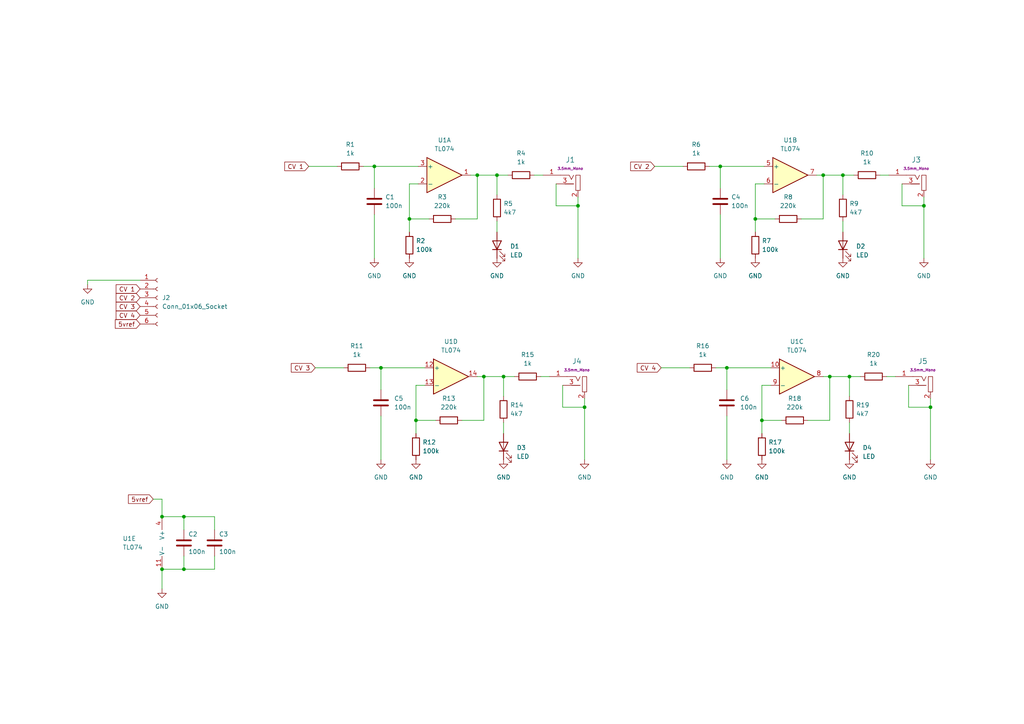
<source format=kicad_sch>
(kicad_sch (version 20230121) (generator eeschema)
  (paper "A4")
  (lib_symbols
    (symbol "Amplifier_Operational:MCP6004" (pin_names (offset 0.127))
      (property "Reference" "U" (at 0 5.08 0))
      (property "Value" "MCP6004" (at 0 -5.08 0))
      (symbol "MCP6004_1_1"
        (polyline (pts (xy -5.08 5.08) (xy 5.08 0) (xy -5.08 -5.08) (xy -5.08 5.08)) (stroke (width 0.254)) (fill (type background)))
        (pin output line (at 7.62 0 180) (length 2.54) (name "~") (number "1"))
        (pin input line (at -7.62 -2.54 0) (length 2.54) (name "-") (number "2"))
        (pin input line (at -7.62 2.54 0) (length 2.54) (name "+") (number "3"))
      )
      (symbol "MCP6004_2_1"
        (polyline (pts (xy -5.08 5.08) (xy 5.08 0) (xy -5.08 -5.08) (xy -5.08 5.08)) (stroke (width 0.254)) (fill (type background)))
        (pin input line (at -7.62 2.54 0) (length 2.54) (name "+") (number "5"))
        (pin input line (at -7.62 -2.54 0) (length 2.54) (name "-") (number "6"))
        (pin output line (at 7.62 0 180) (length 2.54) (name "~") (number "7"))
      )
      (symbol "MCP6004_3_1"
        (polyline (pts (xy -5.08 5.08) (xy 5.08 0) (xy -5.08 -5.08) (xy -5.08 5.08)) (stroke (width 0.254)) (fill (type background)))
        (pin input line (at -7.62 2.54 0) (length 2.54) (name "+") (number "10"))
        (pin output line (at 7.62 0 180) (length 2.54) (name "~") (number "8"))
        (pin input line (at -7.62 -2.54 0) (length 2.54) (name "-") (number "9"))
      )
      (symbol "MCP6004_4_1"
        (polyline (pts (xy -5.08 5.08) (xy 5.08 0) (xy -5.08 -5.08) (xy -5.08 5.08)) (stroke (width 0.254)) (fill (type background)))
        (pin input line (at -7.62 2.54 0) (length 2.54) (name "+") (number "12"))
        (pin input line (at -7.62 -2.54 0) (length 2.54) (name "-") (number "13"))
        (pin output line (at 7.62 0 180) (length 2.54) (name "~") (number "14"))
      )
      (symbol "MCP6004_5_1"
        (pin power_in line (at -2.54 -7.62 90) (length 3.81) (name "V-") (number "11"))
        (pin power_in line (at -2.54 7.62 270) (length 3.81) (name "V+") (number "4"))
      )
    )
    (symbol "Amplifier_Operational:TL074" (pin_names (offset 0.127))
      (property "Reference" "U" (at 0 5.08 0))
      (property "Value" "TL074" (at 0 -5.08 0))
      (symbol "TL074_1_1"
        (polyline (pts (xy -5.08 5.08) (xy 5.08 0) (xy -5.08 -5.08) (xy -5.08 5.08)) (stroke (width 0.254)) (fill (type background)))
        (pin output line (at 7.62 0 180) (length 2.54) (name "~") (number "1"))
        (pin input line (at -7.62 -2.54 0) (length 2.54) (name "-") (number "2"))
        (pin input line (at -7.62 2.54 0) (length 2.54) (name "+") (number "3"))
      )
      (symbol "TL074_2_1"
        (polyline (pts (xy -5.08 5.08) (xy 5.08 0) (xy -5.08 -5.08) (xy -5.08 5.08)) (stroke (width 0.254)) (fill (type background)))
        (pin input line (at -7.62 2.54 0) (length 2.54) (name "+") (number "5"))
        (pin input line (at -7.62 -2.54 0) (length 2.54) (name "-") (number "6"))
        (pin output line (at 7.62 0 180) (length 2.54) (name "~") (number "7"))
      )
      (symbol "TL074_3_1"
        (polyline (pts (xy -5.08 5.08) (xy 5.08 0) (xy -5.08 -5.08) (xy -5.08 5.08)) (stroke (width 0.254)) (fill (type background)))
        (pin input line (at -7.62 2.54 0) (length 2.54) (name "+") (number "10"))
        (pin output line (at 7.62 0 180) (length 2.54) (name "~") (number "8"))
        (pin input line (at -7.62 -2.54 0) (length 2.54) (name "-") (number "9"))
      )
      (symbol "TL074_4_1"
        (polyline (pts (xy -5.08 5.08) (xy 5.08 0) (xy -5.08 -5.08) (xy -5.08 5.08)) (stroke (width 0.254)) (fill (type background)))
        (pin input line (at -7.62 2.54 0) (length 2.54) (name "+") (number "12"))
        (pin input line (at -7.62 -2.54 0) (length 2.54) (name "-") (number "13"))
        (pin output line (at 7.62 0 180) (length 2.54) (name "~") (number "14"))
      )
      (symbol "TL074_5_1"
        (pin power_in line (at -2.54 -7.62 90) (length 3.81) (name "V-") (number "11"))
        (pin power_in line (at -2.54 7.62 270) (length 3.81) (name "V+") (number "4"))
      )
    )
    (symbol "Connector:Conn_01x06_Socket" (pin_names (offset 1.016) hide)
      (property "Reference" "J" (at 0 7.62 0))
      (property "Value" "Conn_01x06_Socket" (at 0 -10.16 0))
      (symbol "Conn_01x06_Socket_1_1"
        (arc (start 0 -7.112) (mid -0.5058 -7.62) (end 0 -8.128) (stroke (width 0.1524)))
        (arc (start 0 -4.572) (mid -0.5058 -5.08) (end 0 -5.588) (stroke (width 0.1524)))
        (arc (start 0 -2.032) (mid -0.5058 -2.54) (end 0 -3.048) (stroke (width 0.1524)))
        (polyline (pts (xy -1.27 -7.62) (xy -0.508 -7.62)) (stroke (width 0.1524)))
        (polyline (pts (xy -1.27 -5.08) (xy -0.508 -5.08)) (stroke (width 0.1524)))
        (polyline (pts (xy -1.27 -2.54) (xy -0.508 -2.54)) (stroke (width 0.1524)))
        (polyline (pts (xy -1.27 0) (xy -0.508 0)) (stroke (width 0.1524)))
        (polyline (pts (xy -1.27 2.54) (xy -0.508 2.54)) (stroke (width 0.1524)))
        (polyline (pts (xy -1.27 5.08) (xy -0.508 5.08)) (stroke (width 0.1524)))
        (arc (start 0 0.508) (mid -0.5058 0) (end 0 -0.508) (stroke (width 0.1524)))
        (arc (start 0 3.048) (mid -0.5058 2.54) (end 0 2.032) (stroke (width 0.1524)))
        (arc (start 0 5.588) (mid -0.5058 5.08) (end 0 4.572) (stroke (width 0.1524)))
        (pin passive line (at -5.08 5.08 0) (length 3.81) (name "Pin_1") (number "1"))
        (pin passive line (at -5.08 2.54 0) (length 3.81) (name "Pin_2") (number "2"))
        (pin passive line (at -5.08 0 0) (length 3.81) (name "Pin_3") (number "3"))
        (pin passive line (at -5.08 -2.54 0) (length 3.81) (name "Pin_4") (number "4"))
        (pin passive line (at -5.08 -5.08 0) (length 3.81) (name "Pin_5") (number "5"))
        (pin passive line (at -5.08 -7.62 0) (length 3.81) (name "Pin_6") (number "6"))
      )
    )
    (symbol "Device:C" (pin_numbers hide) (pin_names (offset 0.254))
      (property "Reference" "C" (at 0.635 2.54 0))
      (property "Value" "C" (at 0.635 -2.54 0))
      (symbol "C_0_1"
        (polyline (pts (xy -2.032 -0.762) (xy 2.032 -0.762)) (stroke (width 0.508)))
        (polyline (pts (xy -2.032 0.762) (xy 2.032 0.762)) (stroke (width 0.508)))
      )
      (symbol "C_1_1"
        (pin passive line (at 0 3.81 270) (length 2.794) (name "~") (number "1"))
        (pin passive line (at 0 -3.81 90) (length 2.794) (name "~") (number "2"))
      )
    )
    (symbol "Device:LED" (pin_numbers hide) (pin_names (offset 1.016) hide)
      (property "Reference" "D" (at 0 2.54 0))
      (property "Value" "LED" (at 0 -2.54 0))
      (symbol "LED_0_1"
        (polyline (pts (xy -1.27 -1.27) (xy -1.27 1.27)) (stroke (width 0.254)))
        (polyline (pts (xy -1.27 0) (xy 1.27 0)))
        (polyline (pts (xy 1.27 -1.27) (xy 1.27 1.27) (xy -1.27 0) (xy 1.27 -1.27)) (stroke (width 0.254)))
        (polyline (pts (xy -3.048 -0.762) (xy -4.572 -2.286) (xy -3.81 -2.286) (xy -4.572 -2.286) (xy -4.572 -1.524)))
        (polyline (pts (xy -1.778 -0.762) (xy -3.302 -2.286) (xy -2.54 -2.286) (xy -3.302 -2.286) (xy -3.302 -1.524)))
      )
      (symbol "LED_1_1"
        (pin passive line (at -3.81 0 0) (length 2.54) (name "K") (number "1"))
        (pin passive line (at 3.81 0 180) (length 2.54) (name "A") (number "2"))
      )
    )
    (symbol "Device:R" (pin_numbers hide) (pin_names (offset 0))
      (property "Reference" "R" (at 2.032 0 90))
      (property "Value" "R" (at 0 0 90))
      (symbol "R_0_1"
        (rectangle (start -1.016 -2.54) (end 1.016 2.54) (stroke (width 0.254)))
      )
      (symbol "R_1_1"
        (pin passive line (at 0 3.81 270) (length 1.27) (name "~") (number "1"))
        (pin passive line (at 0 -3.81 90) (length 1.27) (name "~") (number "2"))
      )
    )
    (symbol "PCM_4ms_Jack:3.5mm_Mono_Switched_SymSmall_0.05" (pin_names (offset 0) hide)
      (property "Reference" "J" (at -2.54 5.715 0))
      (property "Display" "3.5mm_Mono" (at 0.635 3.81 0))
      (symbol "3.5mm_Mono_Switched_SymSmall_0.05_0_0"
        (polyline (pts (xy -1.27 0) (xy 1.27 0)))
      )
      (symbol "3.5mm_Mono_Switched_SymSmall_0.05_0_1"
        (rectangle (start -3.175 2.54) (end -1.905 -1.905))
        (polyline (pts (xy -2.54 -2.54) (xy -2.54 -1.905)))
        (polyline (pts (xy -1.27 2.54) (xy -0.635 1.27) (xy 0 2.54) (xy 2.54 2.54)))
      )
      (symbol "3.5mm_Mono_Switched_SymSmall_0.05_1_1"
        (pin passive line (at 7.62 2.54 180) (length 5.08) (name "SIG") (number "1"))
        (pin passive line (at -2.54 -3.81 90) (length 1.27) (name "SHEILD") (number "2"))
        (pin passive line (at 3.81 0 180) (length 5.08) (name "SW") (number "3"))
      )
    )
    (symbol "power:GND" (power) (pin_names (offset 0))
      (property "Value" "GND" (at 0 -3.81 0))
      (symbol "GND_0_1"
        (polyline (pts (xy 0 0) (xy 0 -1.27) (xy 1.27 -1.27) (xy 0 -2.54) (xy -1.27 -1.27) (xy 0 -1.27)))
      )
      (symbol "GND_1_1"
        (pin power_in line (at 0 0 270) (length 0) hide (name "GND") (number "1"))
      )
    )
  )
  (junction (at 53.34 165.1))
  (junction (at 244.475 50.8))
  (junction (at 108.585 48.26))
  (junction (at 138.43 50.8))
  (junction (at 238.76 50.8))
  (junction (at 46.99 165.1))
  (junction (at 246.38 109.22))
  (junction (at 208.915 48.26))
  (junction (at 269.875 118.11))
  (junction (at 118.745 63.5))
  (junction (at 110.49 106.68))
  (junction (at 240.665 109.22))
  (junction (at 144.145 50.8))
  (junction (at 120.65 121.92))
  (junction (at 220.98 121.92))
  (junction (at 46.99 149.86))
  (junction (at 53.34 149.86))
  (junction (at 267.97 59.69))
  (junction (at 146.05 109.22))
  (junction (at 169.545 118.11))
  (junction (at 167.64 59.69))
  (junction (at 210.82 106.68))
  (junction (at 140.335 109.22))
  (junction (at 219.075 63.5))
  (wire (pts (xy 144.145 50.8) (xy 147.32 50.8)))
  (wire (pts (xy 46.99 149.86) (xy 53.34 149.86)))
  (wire (pts (xy 263.525 111.76) (xy 263.525 118.11)))
  (wire (pts (xy 219.075 63.5) (xy 224.79 63.5)))
  (wire (pts (xy 140.335 109.22) (xy 146.05 109.22)))
  (wire (pts (xy 53.34 149.86) (xy 62.23 149.86)))
  (wire (pts (xy 220.98 111.76) (xy 220.98 121.92)))
  (wire (pts (xy 53.34 165.1) (xy 46.99 165.1)))
  (wire (pts (xy 246.38 109.22) (xy 249.555 109.22)))
  (wire (pts (xy 219.075 53.34) (xy 219.075 63.5)))
  (wire (pts (xy 121.285 53.34) (xy 118.745 53.34)))
  (wire (pts (xy 232.41 63.5) (xy 238.76 63.5)))
  (wire (pts (xy 138.43 109.22) (xy 140.335 109.22)))
  (wire (pts (xy 110.49 106.68) (xy 123.19 106.68)))
  (wire (pts (xy 267.97 59.69) (xy 267.97 57.15)))
  (wire (pts (xy 123.19 111.76) (xy 120.65 111.76)))
  (wire (pts (xy 110.49 120.65) (xy 110.49 133.35)))
  (wire (pts (xy 132.08 63.5) (xy 138.43 63.5)))
  (wire (pts (xy 169.545 118.11) (xy 169.545 133.35)))
  (wire (pts (xy 46.99 144.78) (xy 46.99 149.86)))
  (wire (pts (xy 120.65 111.76) (xy 120.65 121.92)))
  (wire (pts (xy 154.94 50.8) (xy 157.48 50.8)))
  (wire (pts (xy 144.145 50.8) (xy 144.145 56.515)))
  (wire (pts (xy 261.62 53.34) (xy 261.62 59.69)))
  (wire (pts (xy 53.34 161.29) (xy 53.34 165.1)))
  (wire (pts (xy 118.745 53.34) (xy 118.745 63.5)))
  (wire (pts (xy 118.745 63.5) (xy 124.46 63.5)))
  (wire (pts (xy 223.52 111.76) (xy 220.98 111.76)))
  (wire (pts (xy 244.475 50.8) (xy 244.475 56.515)))
  (wire (pts (xy 118.745 63.5) (xy 118.745 67.31)))
  (wire (pts (xy 163.195 111.76) (xy 163.195 118.11)))
  (wire (pts (xy 208.915 62.23) (xy 208.915 74.93)))
  (wire (pts (xy 238.76 63.5) (xy 238.76 50.8)))
  (wire (pts (xy 120.65 121.92) (xy 120.65 125.73)))
  (wire (pts (xy 208.915 48.26) (xy 208.915 54.61)))
  (wire (pts (xy 210.82 120.65) (xy 210.82 133.35)))
  (wire (pts (xy 91.44 106.68) (xy 99.695 106.68)))
  (wire (pts (xy 234.315 121.92) (xy 240.665 121.92)))
  (wire (pts (xy 208.915 48.26) (xy 221.615 48.26)))
  (wire (pts (xy 240.665 109.22) (xy 246.38 109.22)))
  (wire (pts (xy 205.74 48.26) (xy 208.915 48.26)))
  (wire (pts (xy 244.475 50.8) (xy 247.65 50.8)))
  (wire (pts (xy 244.475 64.135) (xy 244.475 67.31)))
  (wire (pts (xy 89.535 48.26) (xy 97.79 48.26)))
  (wire (pts (xy 246.38 122.555) (xy 246.38 125.73)))
  (wire (pts (xy 269.875 118.11) (xy 269.875 115.57)))
  (wire (pts (xy 138.43 63.5) (xy 138.43 50.8)))
  (wire (pts (xy 261.62 59.69) (xy 267.97 59.69)))
  (wire (pts (xy 108.585 62.23) (xy 108.585 74.93)))
  (wire (pts (xy 220.98 121.92) (xy 226.695 121.92)))
  (wire (pts (xy 255.27 50.8) (xy 257.81 50.8)))
  (wire (pts (xy 263.525 118.11) (xy 269.875 118.11)))
  (wire (pts (xy 207.645 106.68) (xy 210.82 106.68)))
  (wire (pts (xy 169.545 118.11) (xy 169.545 115.57)))
  (wire (pts (xy 161.29 59.69) (xy 167.64 59.69)))
  (wire (pts (xy 144.145 64.135) (xy 144.145 67.31)))
  (wire (pts (xy 110.49 106.68) (xy 110.49 113.03)))
  (wire (pts (xy 220.98 121.92) (xy 220.98 125.73)))
  (wire (pts (xy 62.23 165.1) (xy 53.34 165.1)))
  (wire (pts (xy 44.45 144.78) (xy 46.99 144.78)))
  (wire (pts (xy 246.38 109.22) (xy 246.38 114.935)))
  (wire (pts (xy 167.64 59.69) (xy 167.64 57.15)))
  (wire (pts (xy 267.97 59.69) (xy 267.97 74.93)))
  (wire (pts (xy 156.845 109.22) (xy 159.385 109.22)))
  (wire (pts (xy 25.4 82.55) (xy 25.4 81.28)))
  (wire (pts (xy 136.525 50.8) (xy 138.43 50.8)))
  (wire (pts (xy 120.65 121.92) (xy 126.365 121.92)))
  (wire (pts (xy 108.585 48.26) (xy 108.585 54.61)))
  (wire (pts (xy 210.82 106.68) (xy 210.82 113.03)))
  (wire (pts (xy 140.335 121.92) (xy 140.335 109.22)))
  (wire (pts (xy 257.175 109.22) (xy 259.715 109.22)))
  (wire (pts (xy 163.195 118.11) (xy 169.545 118.11)))
  (wire (pts (xy 138.43 50.8) (xy 144.145 50.8)))
  (wire (pts (xy 25.4 81.28) (xy 40.64 81.28)))
  (wire (pts (xy 236.855 50.8) (xy 238.76 50.8)))
  (wire (pts (xy 146.05 109.22) (xy 146.05 114.935)))
  (wire (pts (xy 46.99 165.1) (xy 46.99 170.815)))
  (wire (pts (xy 210.82 106.68) (xy 223.52 106.68)))
  (wire (pts (xy 133.985 121.92) (xy 140.335 121.92)))
  (wire (pts (xy 53.34 149.86) (xy 53.34 153.67)))
  (wire (pts (xy 161.29 53.34) (xy 161.29 59.69)))
  (wire (pts (xy 189.865 48.26) (xy 198.12 48.26)))
  (wire (pts (xy 240.665 121.92) (xy 240.665 109.22)))
  (wire (pts (xy 146.05 122.555) (xy 146.05 125.73)))
  (wire (pts (xy 105.41 48.26) (xy 108.585 48.26)))
  (wire (pts (xy 146.05 109.22) (xy 149.225 109.22)))
  (wire (pts (xy 238.76 109.22) (xy 240.665 109.22)))
  (wire (pts (xy 167.64 59.69) (xy 167.64 74.93)))
  (wire (pts (xy 269.875 118.11) (xy 269.875 133.35)))
  (wire (pts (xy 191.77 106.68) (xy 200.025 106.68)))
  (wire (pts (xy 221.615 53.34) (xy 219.075 53.34)))
  (wire (pts (xy 219.075 63.5) (xy 219.075 67.31)))
  (wire (pts (xy 62.23 149.86) (xy 62.23 153.67)))
  (wire (pts (xy 62.23 161.29) (xy 62.23 165.1)))
  (wire (pts (xy 107.315 106.68) (xy 110.49 106.68)))
  (wire (pts (xy 238.76 50.8) (xy 244.475 50.8)))
  (wire (pts (xy 108.585 48.26) (xy 121.285 48.26)))
  (global_label "CV 2" (shape input) (at 40.64 86.36 180) (property "Intersheetrefs" "${INTERSHEET_REFS}" (effects hide)))
  (global_label "5vref" (shape input) (at 44.45 144.78 180) (property "Intersheetrefs" "${INTERSHEET_REFS}" (effects hide)))
  (global_label "CV 2" (shape input) (at 189.865 48.26 180) (property "Intersheetrefs" "${INTERSHEET_REFS}" (effects hide)))
  (global_label "CV 3" (shape input) (at 91.44 106.68 180) (property "Intersheetrefs" "${INTERSHEET_REFS}" (effects hide)))
  (global_label "CV 4" (shape input) (at 40.64 91.44 180) (property "Intersheetrefs" "${INTERSHEET_REFS}" (effects hide)))
  (global_label "CV 1" (shape input) (at 89.535 48.26 180) (property "Intersheetrefs" "${INTERSHEET_REFS}" (effects hide)))
  (global_label "5vref" (shape input) (at 40.64 93.98 180) (property "Intersheetrefs" "${INTERSHEET_REFS}" (effects hide)))
  (global_label "CV 3" (shape input) (at 40.64 88.9 180) (property "Intersheetrefs" "${INTERSHEET_REFS}" (effects hide)))
  (global_label "CV 1" (shape input) (at 40.64 83.82 180) (property "Intersheetrefs" "${INTERSHEET_REFS}" (effects hide)))
  (global_label "CV 4" (shape input) (at 191.77 106.68 180) (property "Intersheetrefs" "${INTERSHEET_REFS}" (effects hide)))
  (symbol (lib_id "power:GND") (at 210.82 133.35 0) (unit 1)
    (property "Reference" "#PWR015" (effects hide))
    (property "Value" "GND" (at 210.82 138.43 0))
  )
  (symbol (lib_id "PCM_4ms_Jack:3.5mm_Mono_Switched_SymSmall_0.05") (at 267.335 111.76 0) (mirror y) (unit 1)
    (property "Reference" "J5" (at 267.6525 104.775 0) (effects (font (size 1.524 1.524))))
    (property "Value" "3.5mm_Mono_Switched_SymSmall_0.05" (effects hide))
    (property "Footprint" "PCM_4ms_Jack:EighthInch_PJ398SM_with_hole" (effects hide))
    (property "Specifications" "Audio 3.5mm Jack, mono, switched, PC-pin Vertical" (effects hide))
    (property "Manufacturer" "Wenzhou QingPu Electronics Co" (effects hide))
    (property "Part Number" "WQP-WQP518MA" (effects hide))
    (property "Display" "3.5mm_Mono" (at 267.6525 107.315 0) (effects (font (size 0.762 0.762) bold italic)))
  )
  (symbol (lib_id "Device:R") (at 103.505 106.68 90) (unit 1)
    (property "Reference" "R11" (at 103.505 100.33 90))
    (property "Value" "1k" (at 103.505 102.87 90))
    (property "Footprint" "Resistor_SMD:R_1206_3216Metric_Pad1.30x1.75mm_HandSolder" (effects hide))
  )
  (symbol (lib_id "Device:C") (at 208.915 58.42 0) (unit 1)
    (property "Reference" "C4" (at 212.09 57.15 0) (effects (justify left)))
    (property "Value" "100n" (at 212.09 59.69 0) (effects (justify left)))
    (property "Footprint" "Capacitor_SMD:C_1206_3216Metric_Pad1.33x1.80mm_HandSolder" (effects hide))
  )
  (symbol (lib_id "Device:R") (at 246.38 118.745 0) (unit 1)
    (property "Reference" "R19" (at 248.285 117.475 0) (effects (justify left)))
    (property "Value" "4k7" (at 248.285 120.015 0) (effects (justify left)))
    (property "Footprint" "Resistor_SMD:R_1206_3216Metric_Pad1.30x1.75mm_HandSolder" (effects hide))
  )
  (symbol (lib_id "power:GND") (at 146.05 133.35 0) (unit 1)
    (property "Reference" "#PWR013" (effects hide))
    (property "Value" "GND" (at 146.05 138.43 0))
  )
  (symbol (lib_id "power:GND") (at 208.915 74.93 0) (unit 1)
    (property "Reference" "#PWR07" (effects hide))
    (property "Value" "GND" (at 208.915 80.01 0))
  )
  (symbol (lib_id "Device:R") (at 146.05 118.745 0) (unit 1)
    (property "Reference" "R14" (at 147.955 117.475 0) (effects (justify left)))
    (property "Value" "4k7" (at 147.955 120.015 0) (effects (justify left)))
    (property "Footprint" "Resistor_SMD:R_1206_3216Metric_Pad1.30x1.75mm_HandSolder" (effects hide))
  )
  (symbol (lib_id "Device:C") (at 53.34 157.48 0) (unit 1)
    (property "Reference" "C2" (at 54.61 154.94 0) (effects (justify left)))
    (property "Value" "100n" (at 54.61 160.02 0) (effects (justify left)))
    (property "Footprint" "Capacitor_SMD:C_1206_3216Metric_Pad1.33x1.80mm_HandSolder" (effects hide))
  )
  (symbol (lib_id "power:GND") (at 167.64 74.93 0) (unit 1)
    (property "Reference" "#PWR04" (effects hide))
    (property "Value" "GND" (at 167.64 80.01 0))
  )
  (symbol (lib_id "Device:R") (at 118.745 71.12 180) (unit 1)
    (property "Reference" "R2" (at 120.65 69.85 0) (effects (justify right)))
    (property "Value" "100k" (at 120.65 72.39 0) (effects (justify right)))
    (property "Footprint" "Resistor_SMD:R_1206_3216Metric_Pad1.30x1.75mm_HandSolder" (effects hide))
  )
  (symbol (lib_id "Device:LED") (at 244.475 71.12 90) (unit 1)
    (property "Reference" "D2" (at 248.285 71.4375 90) (effects (justify right)))
    (property "Value" "LED" (at 248.285 73.9775 90) (effects (justify right)))
    (property "Footprint" "LED_THT:LED_D3.0mm" (effects hide))
  )
  (symbol (lib_id "power:GND") (at 169.545 133.35 0) (unit 1)
    (property "Reference" "#PWR014" (effects hide))
    (property "Value" "GND" (at 169.545 138.43 0))
  )
  (symbol (lib_id "Amplifier_Operational:TL074") (at 231.14 109.22 0) (unit 3)
    (property "Reference" "U1" (at 231.14 99.06 0))
    (property "Value" "TL074" (at 231.14 101.6 0))
    (property "Footprint" "Package_SO:SOIC-14_3.9x8.7mm_P1.27mm" (effects hide))
    (property "Datasheet" "http://www.ti.com/lit/ds/symlink/tl071.pdf" (effects hide))
  )
  (symbol (lib_id "power:GND") (at 46.99 170.815 0) (unit 1)
    (property "Reference" "#PWR06" (effects hide))
    (property "Value" "GND" (at 46.99 175.895 0))
  )
  (symbol (lib_id "Device:LED") (at 144.145 71.12 90) (unit 1)
    (property "Reference" "D1" (at 147.955 71.4375 90) (effects (justify right)))
    (property "Value" "LED" (at 147.955 73.9775 90) (effects (justify right)))
    (property "Footprint" "LED_THT:LED_D3.0mm" (effects hide))
  )
  (symbol (lib_id "power:GND") (at 220.98 133.35 0) (unit 1)
    (property "Reference" "#PWR016" (effects hide))
    (property "Value" "GND" (at 220.98 138.43 0))
  )
  (symbol (lib_id "Device:R") (at 128.27 63.5 270) (unit 1)
    (property "Reference" "R3" (at 128.27 57.15 90))
    (property "Value" "220k" (at 128.27 59.69 90))
    (property "Footprint" "Resistor_SMD:R_1206_3216Metric_Pad1.30x1.75mm_HandSolder" (effects hide))
  )
  (symbol (lib_id "Device:R") (at 144.145 60.325 0) (unit 1)
    (property "Reference" "R5" (at 146.05 59.055 0) (effects (justify left)))
    (property "Value" "4k7" (at 146.05 61.595 0) (effects (justify left)))
    (property "Footprint" "Resistor_SMD:R_1206_3216Metric_Pad1.30x1.75mm_HandSolder" (effects hide))
  )
  (symbol (lib_id "PCM_4ms_Jack:3.5mm_Mono_Switched_SymSmall_0.05") (at 165.1 53.34 0) (mirror y) (unit 1)
    (property "Reference" "J1" (at 165.4175 46.355 0) (effects (font (size 1.524 1.524))))
    (property "Value" "3.5mm_Mono_Switched_SymSmall_0.05" (effects hide))
    (property "Footprint" "PCM_4ms_Jack:EighthInch_PJ398SM_with_hole" (effects hide))
    (property "Specifications" "Audio 3.5mm Jack, mono, switched, PC-pin Vertical" (effects hide))
    (property "Manufacturer" "Wenzhou QingPu Electronics Co" (effects hide))
    (property "Part Number" "WQP-WQP518MA" (effects hide))
    (property "Display" "3.5mm_Mono" (at 165.4175 48.895 0) (effects (font (size 0.762 0.762) bold italic)))
  )
  (symbol (lib_id "Device:C") (at 62.23 157.48 0) (unit 1)
    (property "Reference" "C3" (at 63.5 154.94 0) (effects (justify left)))
    (property "Value" "100n" (at 63.5 160.02 0) (effects (justify left)))
    (property "Footprint" "Capacitor_SMD:C_1206_3216Metric_Pad1.33x1.80mm_HandSolder" (effects hide))
  )
  (symbol (lib_id "Device:R") (at 203.835 106.68 90) (unit 1)
    (property "Reference" "R16" (at 203.835 100.33 90))
    (property "Value" "1k" (at 203.835 102.87 90))
    (property "Footprint" "Resistor_SMD:R_1206_3216Metric_Pad1.30x1.75mm_HandSolder" (effects hide))
  )
  (symbol (lib_id "power:GND") (at 246.38 133.35 0) (unit 1)
    (property "Reference" "#PWR017" (effects hide))
    (property "Value" "GND" (at 246.38 138.43 0))
  )
  (symbol (lib_id "Device:R") (at 151.13 50.8 270) (unit 1)
    (property "Reference" "R4" (at 151.13 44.45 90))
    (property "Value" "1k" (at 151.13 46.99 90))
    (property "Footprint" "Resistor_SMD:R_1206_3216Metric_Pad1.30x1.75mm_HandSolder" (effects hide))
  )
  (symbol (lib_id "Device:C") (at 110.49 116.84 0) (unit 1)
    (property "Reference" "C5" (at 114.3 115.57 0) (effects (justify left)))
    (property "Value" "100n" (at 114.3 118.11 0) (effects (justify left)))
    (property "Footprint" "Capacitor_SMD:C_1206_3216Metric_Pad1.33x1.80mm_HandSolder" (effects hide))
  )
  (symbol (lib_id "Amplifier_Operational:TL074") (at 229.235 50.8 0) (unit 2)
    (property "Reference" "U1" (at 229.235 40.64 0))
    (property "Value" "TL074" (at 229.235 43.18 0))
    (property "Footprint" "Package_SO:SOIC-14_3.9x8.7mm_P1.27mm" (effects hide))
    (property "Datasheet" "http://www.ti.com/lit/ds/symlink/tl071.pdf" (effects hide))
  )
  (symbol (lib_id "power:GND") (at 144.145 74.93 0) (unit 1)
    (property "Reference" "#PWR03" (effects hide))
    (property "Value" "GND" (at 144.145 80.01 0))
  )
  (symbol (lib_id "Device:R") (at 230.505 121.92 270) (unit 1)
    (property "Reference" "R18" (at 230.505 115.57 90))
    (property "Value" "220k" (at 230.505 118.11 90))
    (property "Footprint" "Resistor_SMD:R_1206_3216Metric_Pad1.30x1.75mm_HandSolder" (effects hide))
  )
  (symbol (lib_id "power:GND") (at 269.875 133.35 0) (unit 1)
    (property "Reference" "#PWR018" (effects hide))
    (property "Value" "GND" (at 269.875 138.43 0))
  )
  (symbol (lib_id "PCM_4ms_Jack:3.5mm_Mono_Switched_SymSmall_0.05") (at 265.43 53.34 0) (mirror y) (unit 1)
    (property "Reference" "J3" (at 265.7475 46.355 0) (effects (font (size 1.524 1.524))))
    (property "Value" "3.5mm_Mono_Switched_SymSmall_0.05" (effects hide))
    (property "Footprint" "PCM_4ms_Jack:EighthInch_PJ398SM_with_hole" (effects hide))
    (property "Specifications" "Audio 3.5mm Jack, mono, switched, PC-pin Vertical" (effects hide))
    (property "Manufacturer" "Wenzhou QingPu Electronics Co" (effects hide))
    (property "Part Number" "WQP-WQP518MA" (effects hide))
    (property "Display" "3.5mm_Mono" (at 265.7475 48.895 0) (effects (font (size 0.762 0.762) bold italic)))
  )
  (symbol (lib_id "power:GND") (at 267.97 74.93 0) (unit 1)
    (property "Reference" "#PWR010" (effects hide))
    (property "Value" "GND" (at 267.97 80.01 0))
  )
  (symbol (lib_id "Device:LED") (at 146.05 129.54 90) (unit 1)
    (property "Reference" "D3" (at 149.86 129.8575 90) (effects (justify right)))
    (property "Value" "LED" (at 149.86 132.3975 90) (effects (justify right)))
    (property "Footprint" "LED_THT:LED_D3.0mm" (effects hide))
  )
  (symbol (lib_id "Device:R") (at 201.93 48.26 90) (unit 1)
    (property "Reference" "R6" (at 201.93 41.91 90))
    (property "Value" "1k" (at 201.93 44.45 90))
    (property "Footprint" "Resistor_SMD:R_1206_3216Metric_Pad1.30x1.75mm_HandSolder" (effects hide))
  )
  (symbol (lib_id "Device:R") (at 153.035 109.22 270) (unit 1)
    (property "Reference" "R15" (at 153.035 102.87 90))
    (property "Value" "1k" (at 153.035 105.41 90))
    (property "Footprint" "Resistor_SMD:R_1206_3216Metric_Pad1.30x1.75mm_HandSolder" (effects hide))
  )
  (symbol (lib_id "Amplifier_Operational:TL074") (at 128.905 50.8 0) (unit 1)
    (property "Reference" "U1" (at 128.905 40.64 0))
    (property "Value" "TL074" (at 128.905 43.18 0))
    (property "Footprint" "Package_SO:SOIC-14_3.9x8.7mm_P1.27mm" (effects hide))
    (property "Datasheet" "http://www.ti.com/lit/ds/symlink/tl071.pdf" (effects hide))
  )
  (symbol (lib_id "Device:LED") (at 246.38 129.54 90) (unit 1)
    (property "Reference" "D4" (at 250.19 129.8575 90) (effects (justify right)))
    (property "Value" "LED" (at 250.19 132.3975 90) (effects (justify right)))
    (property "Footprint" "LED_THT:LED_D3.0mm" (effects hide))
  )
  (symbol (lib_id "Device:C") (at 210.82 116.84 0) (unit 1)
    (property "Reference" "C6" (at 214.63 115.57 0) (effects (justify left)))
    (property "Value" "100n" (at 214.63 118.11 0) (effects (justify left)))
    (property "Footprint" "Capacitor_SMD:C_1206_3216Metric_Pad1.33x1.80mm_HandSolder" (effects hide))
  )
  (symbol (lib_id "Device:R") (at 130.175 121.92 270) (unit 1)
    (property "Reference" "R13" (at 130.175 115.57 90))
    (property "Value" "220k" (at 130.175 118.11 90))
    (property "Footprint" "Resistor_SMD:R_1206_3216Metric_Pad1.30x1.75mm_HandSolder" (effects hide))
  )
  (symbol (lib_id "power:GND") (at 25.4 82.55 0) (unit 1)
    (property "Reference" "#PWR05" (effects hide))
    (property "Value" "GND" (at 25.4 87.63 0))
  )
  (symbol (lib_id "Device:R") (at 251.46 50.8 270) (unit 1)
    (property "Reference" "R10" (at 251.46 44.45 90))
    (property "Value" "1k" (at 251.46 46.99 90))
    (property "Footprint" "Resistor_SMD:R_1206_3216Metric_Pad1.30x1.75mm_HandSolder" (effects hide))
  )
  (symbol (lib_id "power:GND") (at 244.475 74.93 0) (unit 1)
    (property "Reference" "#PWR09" (effects hide))
    (property "Value" "GND" (at 244.475 80.01 0))
  )
  (symbol (lib_id "power:GND") (at 108.585 74.93 0) (unit 1)
    (property "Reference" "#PWR01" (effects hide))
    (property "Value" "GND" (at 108.585 80.01 0))
  )
  (symbol (lib_id "power:GND") (at 118.745 74.93 0) (unit 1)
    (property "Reference" "#PWR02" (effects hide))
    (property "Value" "GND" (at 118.745 80.01 0))
  )
  (symbol (lib_id "power:GND") (at 110.49 133.35 0) (unit 1)
    (property "Reference" "#PWR011" (effects hide))
    (property "Value" "GND" (at 110.49 138.43 0))
  )
  (symbol (lib_id "Device:R") (at 120.65 129.54 180) (unit 1)
    (property "Reference" "R12" (at 122.555 128.27 0) (effects (justify right)))
    (property "Value" "100k" (at 122.555 130.81 0) (effects (justify right)))
    (property "Footprint" "Resistor_SMD:R_1206_3216Metric_Pad1.30x1.75mm_HandSolder" (effects hide))
  )
  (symbol (lib_id "Connector:Conn_01x06_Socket") (at 45.72 86.36 0) (unit 1)
    (property "Reference" "J2" (at 46.99 86.36 0) (effects (justify left)))
    (property "Value" "Conn_01x06_Socket" (at 46.99 88.9 0) (effects (justify left)))
    (property "Footprint" "Connector_PinSocket_2.54mm:PinSocket_1x06_P2.54mm_Vertical" (effects hide))
  )
  (symbol (lib_id "Device:R") (at 253.365 109.22 270) (unit 1)
    (property "Reference" "R20" (at 253.365 102.87 90))
    (property "Value" "1k" (at 253.365 105.41 90))
    (property "Footprint" "Resistor_SMD:R_1206_3216Metric_Pad1.30x1.75mm_HandSolder" (effects hide))
  )
  (symbol (lib_id "Amplifier_Operational:MCP6004") (at 44.45 157.48 0) (mirror y) (unit 5)
    (property "Reference" "U1" (at 35.56 156.21 0) (effects (justify right)))
    (property "Value" "TL074" (at 35.56 158.75 0) (effects (justify right)))
    (property "Footprint" "Package_SO:SOIC-14_3.9x8.7mm_P1.27mm" (effects hide))
    (property "Datasheet" "http://ww1.microchip.com/downloads/en/DeviceDoc/21733j.pdf" (effects hide))
  )
  (symbol (lib_id "power:GND") (at 219.075 74.93 0) (unit 1)
    (property "Reference" "#PWR08" (effects hide))
    (property "Value" "GND" (at 219.075 80.01 0))
  )
  (symbol (lib_id "Device:R") (at 228.6 63.5 270) (unit 1)
    (property "Reference" "R8" (at 228.6 57.15 90))
    (property "Value" "220k" (at 228.6 59.69 90))
    (property "Footprint" "Resistor_SMD:R_1206_3216Metric_Pad1.30x1.75mm_HandSolder" (effects hide))
  )
  (symbol (lib_id "power:GND") (at 120.65 133.35 0) (unit 1)
    (property "Reference" "#PWR012" (effects hide))
    (property "Value" "GND" (at 120.65 138.43 0))
  )
  (symbol (lib_id "Amplifier_Operational:TL074") (at 130.81 109.22 0) (unit 4)
    (property "Reference" "U1" (at 130.81 99.06 0))
    (property "Value" "TL074" (at 130.81 101.6 0))
    (property "Footprint" "Package_SO:SOIC-14_3.9x8.7mm_P1.27mm" (effects hide))
    (property "Datasheet" "http://www.ti.com/lit/ds/symlink/tl071.pdf" (effects hide))
  )
  (symbol (lib_id "PCM_4ms_Jack:3.5mm_Mono_Switched_SymSmall_0.05") (at 167.005 111.76 0) (mirror y) (unit 1)
    (property "Reference" "J4" (at 167.3225 104.775 0) (effects (font (size 1.524 1.524))))
    (property "Value" "3.5mm_Mono_Switched_SymSmall_0.05" (effects hide))
    (property "Footprint" "PCM_4ms_Jack:EighthInch_PJ398SM_with_hole" (effects hide))
    (property "Specifications" "Audio 3.5mm Jack, mono, switched, PC-pin Vertical" (effects hide))
    (property "Manufacturer" "Wenzhou QingPu Electronics Co" (effects hide))
    (property "Part Number" "WQP-WQP518MA" (effects hide))
    (property "Display" "3.5mm_Mono" (at 167.3225 107.315 0) (effects (font (size 0.762 0.762) bold italic)))
  )
  (symbol (lib_id "Device:R") (at 244.475 60.325 0) (unit 1)
    (property "Reference" "R9" (at 246.38 59.055 0) (effects (justify left)))
    (property "Value" "4k7" (at 246.38 61.595 0) (effects (justify left)))
    (property "Footprint" "Resistor_SMD:R_1206_3216Metric_Pad1.30x1.75mm_HandSolder" (effects hide))
  )
  (symbol (lib_id "Device:R") (at 101.6 48.26 90) (unit 1)
    (property "Reference" "R1" (at 101.6 41.91 90))
    (property "Value" "1k" (at 101.6 44.45 90))
    (property "Footprint" "Resistor_SMD:R_1206_3216Metric_Pad1.30x1.75mm_HandSolder" (effects hide))
  )
  (symbol (lib_id "Device:R") (at 219.075 71.12 180) (unit 1)
    (property "Reference" "R7" (at 220.98 69.85 0) (effects (justify right)))
    (property "Value" "100k" (at 220.98 72.39 0) (effects (justify right)))
    (property "Footprint" "Resistor_SMD:R_1206_3216Metric_Pad1.30x1.75mm_HandSolder" (effects hide))
  )
  (symbol (lib_id "Device:C") (at 108.585 58.42 0) (unit 1)
    (property "Reference" "C1" (at 111.76 57.15 0) (effects (justify left)))
    (property "Value" "100n" (at 111.76 59.69 0) (effects (justify left)))
    (property "Footprint" "Capacitor_SMD:C_1206_3216Metric_Pad1.33x1.80mm_HandSolder" (effects hide))
  )
  (symbol (lib_id "Device:R") (at 220.98 129.54 180) (unit 1)
    (property "Reference" "R17" (at 222.885 128.27 0) (effects (justify right)))
    (property "Value" "100k" (at 222.885 130.81 0) (effects (justify right)))
    (property "Footprint" "Resistor_SMD:R_1206_3216Metric_Pad1.30x1.75mm_HandSolder" (effects hide))
  )
)
</source>
